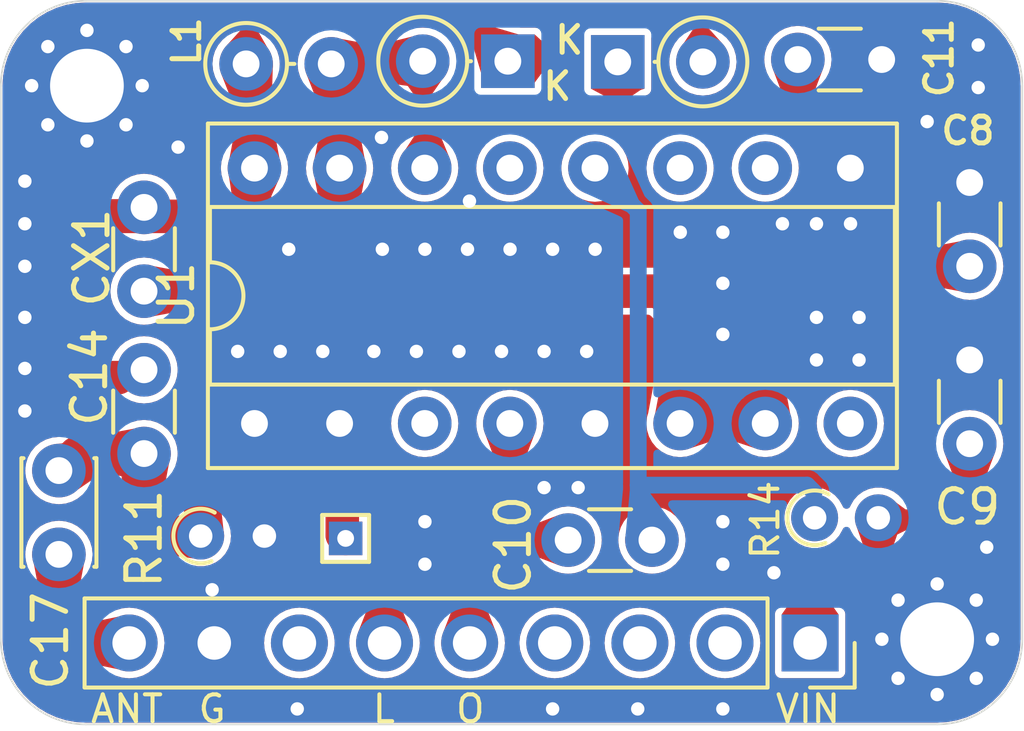
<source format=kicad_pcb>
(kicad_pcb (version 20221018) (generator pcbnew)
  (layers (0 "F.Cu" signal) (31 "B.Cu" signal) (34 "B.Paste" user) (35 "F.Paste" user) (36 "B.SilkS" user "B.Silkscreen") (37 "F.SilkS" user "F.Silkscreen") (38 "B.Mask" user) (39 "F.Mask" user) (44 "Edge.Cuts" user))
  (net 0 "")
  (net 1 "RX_OSC")
  (net 2 "Net-(JP1-Pin_9)")
  (net 3 "LEFT")
  (net 4 "GNDPWR")
  (net 5 "+5V")
  (net 6 "Net-(U1-FM{slash}AM_SW)")
  (net 7 "Net-(D7-K)")
  (net 17 "Net-(U1-AM_OSC)")
  (net 18 "Net-(C14-Pad1)")
  (footprint "Diode_THT:D_DO-35_SOD27_P2.54mm_Vertical_KathodeUp" (layer "F.Cu") (at 75.35 58.67)
    (fp_text reference "D8" hide)
    (fp_text value "1N4148" hide)
    (fp_text user "K" (at -1.45 -0.65) (layer "F.SilkS") (effects (font (size 0.8 0.8))))
    (fp_line (start 1.213629 0) (end 1.1 0) (stroke (width 0.12)) (layer "F.SilkS"))
    (fp_circle (center 2.54 0) (end 3.866371 0) (stroke (width 0.12)) (fill none) (layer "F.SilkS"))
    (pad "1" thru_hole rect (at 0 0) (size 1.6 1.6) (drill 0.8) (layers "*.Cu" "*.Mask") (net 5 "+5V"))
    (pad "2" thru_hole oval (at 2.54 0) (size 1.6 1.6) (drill 0.8) (layers "*.Cu" "*.Mask") (net 7 "Net-(D7-K)"))
  )
  (footprint "Resistor_THT:R_Axial_DIN0204_L3.6mm_D1.6mm_P1.90mm_Vertical" (layer "F.Cu") (at 62.905 72.82)
    (fp_text reference "R11" (at -1.691 0.078 90) (layer "F.SilkS"))
    (fp_text value "1k" hide)
    (fp_arc (start 0.320095 0.749359) (mid -0.813042 -0.054435) (end 0.417133 -0.7) (stroke (width 0.12)) (layer "F.SilkS"))
    (pad "1" thru_hole circle (at 0 0) (size 1.4 1.4) (drill 0.7) (layers "*.Cu" "*.Mask") (net 18 "Net-(C14-Pad1)"))
    (pad "2" thru_hole oval (at 1.9 0) (size 1.4 1.4) (drill 0.7) (layers "*.Cu" "*.Mask") (net 4 "GNDPWR"))
  )
  (footprint "Capacitor_THT:C_Disc_D3.0mm_W1.6mm_P2.50mm" (layer "F.Cu") (at 76.37 72.94 180)
    (fp_text reference "C10" (at 4.14 -0.14 90) (layer "F.SilkS"))
    (fp_text value "100nF" hide)
    (fp_line (start 0.621 -0.92) (end 1.879 -0.92) (stroke (width 0.12)) (layer "F.SilkS"))
    (fp_line (start 0.621 0.92) (end 1.879 0.92) (stroke (width 0.12)) (layer "F.SilkS"))
    (pad "1" thru_hole circle (at 0 0 180) (size 1.6 1.6) (drill 0.8) (layers "*.Cu" "*.Mask") (net 17 "Net-(U1-AM_OSC)"))
    (pad "2" thru_hole circle (at 2.5 0 180) (size 1.6 1.6) (drill 0.8) (layers "*.Cu" "*.Mask") (net 1 "RX_OSC"))
  )
  (footprint "Inductor_THT:L_Axial_L5.3mm_D2.2mm_P2.54mm_Vertical_Vishay_IM-1" (layer "F.Cu") (at 64.26 58.73)
    (fp_text reference "L1" (at -1.776 -0.67 90) (layer "F.SilkS") (effects (font (size 0.8 0.8))))
    (fp_text value "1uH" hide)
    (fp_line (start 1.22 0) (end 1.44 0) (stroke (width 0.12)) (layer "F.SilkS"))
    (fp_circle (center 0 0) (end 1.22 0) (stroke (width 0.12)) (fill none) (layer "F.SilkS"))
    (pad "1" thru_hole circle (at 0 0) (size 1.6 1.6) (drill 0.8) (layers "*.Cu" "*.Mask") (net 7 "Net-(D7-K)"))
    (pad "2" thru_hole oval (at 2.54 0) (size 1.6 1.6) (drill 0.8) (layers "*.Cu" "*.Mask") (net 5 "+5V"))
  )
  (footprint "Capacitor_THT:C_Disc_D3.0mm_W1.6mm_P2.50mm" (layer "F.Cu") (at 83.225 58.6 180)
    (fp_text reference "C11" (at -1.715 0.05 90) (layer "F.SilkS") (effects (font (size 0.8 0.8))))
    (fp_text value "100nF" hide)
    (fp_line (start 0.621 -0.92) (end 1.879 -0.92) (stroke (width 0.12)) (layer "F.SilkS"))
    (fp_line (start 0.621 0.92) (end 1.879 0.92) (stroke (width 0.12)) (layer "F.SilkS"))
    (pad "1" thru_hole circle (at 0 0 180) (size 1.6 1.6) (drill 0.8) (layers "*.Cu" "*.Mask") (net 4 "GNDPWR"))
    (pad "2" thru_hole circle (at 2.5 0 180) (size 1.6 1.6) (drill 0.8) (layers "*.Cu" "*.Mask") (net 6 "Net-(U1-FM{slash}AM_SW)"))
  )
  (footprint "Resistor_THT:R_Axial_DIN0204_L3.6mm_D1.6mm_P1.90mm_Vertical" (layer "F.Cu") (at 81.225 72.275)
    (fp_text reference "R14" (at -1.475 0.065 90) (layer "F.SilkS") (effects (font (size 0.8 0.8) (thickness 0.12) bold)))
    (fp_text value "100" hide)
    (fp_arc (start 0.320095 0.749359) (mid -0.813042 -0.054435) (end 0.417133 -0.7) (stroke (width 0.12)) (layer "F.SilkS"))
    (pad "1" thru_hole circle (at 0 0) (size 1.4 1.4) (drill 0.7) (layers "*.Cu" "*.Mask") (net 17 "Net-(U1-AM_OSC)"))
    (pad "2" thru_hole oval (at 1.9 0) (size 1.4 1.4) (drill 0.7) (layers "*.Cu" "*.Mask") (net 5 "+5V"))
  )
  (footprint "Capacitor_THT:C_Disc_D3.0mm_W1.6mm_P2.50mm" (layer "F.Cu") (at 85.852 64.77 90)
    (fp_text reference "C8" (at 4.045 -0.052 180) (layer "F.SilkS") (effects (font (size 0.8 0.8))))
    (fp_text value "100nF" hide)
    (fp_line (start 0.621 -0.92) (end 1.879 -0.92) (stroke (width 0.12)) (layer "F.SilkS"))
    (fp_line (start 0.621 0.92) (end 1.879 0.92) (stroke (width 0.12)) (layer "F.SilkS"))
    (pad "1" thru_hole circle (at 0 0 90) (size 1.6 1.6) (drill 0.8) (layers "*.Cu" "*.Mask") (net 5 "+5V"))
    (pad "2" thru_hole circle (at 2.5 0 90) (size 1.6 1.6) (drill 0.8) (layers "*.Cu" "*.Mask") (net 4 "GNDPWR"))
  )
  (footprint "Capacitor_THT:C_Disc_D3.0mm_W1.6mm_P2.50mm" (layer "F.Cu") (at 61.214 70.358 90)
    (fp_text reference "C14" (at 2.286 -1.63 90) (layer "F.SilkS"))
    (fp_text value "680pF / 620pF" hide)
    (fp_line (start 0.621 -0.92) (end 1.879 -0.92) (stroke (width 0.12)) (layer "F.SilkS"))
    (fp_line (start 0.621 0.92) (end 1.879 0.92) (stroke (width 0.12)) (layer "F.SilkS"))
    (pad "1" thru_hole circle (at 0 0 90) (size 1.6 1.6) (drill 0.8) (layers "*.Cu" "*.Mask") (net 18 "Net-(C14-Pad1)"))
    (pad "2" thru_hole circle (at 2.5 0 90) (size 1.6 1.6) (drill 0.8) (layers "*.Cu" "*.Mask") (net 7 "Net-(D7-K)"))
  )
  (footprint "MountingHole:MountingHole_2.2mm_M2_Pad_Via" (layer "F.Cu") (at 84.8811 75.8986 180)
    (fp_text reference "H2" hide)
    (fp_text value "MountingHole_Pad" hide)
    (pad "1" thru_hole circle (at -1.65 0 180) (size 0.7 0.7) (drill 0.4) (layers "*.Cu" "*.Mask") (net 4 "GNDPWR"))
    (pad "1" thru_hole circle (at -1.166726 -1.166726 180) (size 0.7 0.7) (drill 0.4) (layers "*.Cu" "*.Mask") (net 4 "GNDPWR"))
    (pad "1" thru_hole circle (at -1.166726 1.166726 180) (size 0.7 0.7) (drill 0.4) (layers "*.Cu" "*.Mask") (net 4 "GNDPWR"))
    (pad "1" thru_hole circle (at 0 -1.65 180) (size 0.7 0.7) (drill 0.4) (layers "*.Cu" "*.Mask") (net 4 "GNDPWR"))
    (pad "1" thru_hole circle (at 0 0 180) (size 4.4 4.4) (drill 2.2) (layers "*.Cu" "*.Mask") (net 4 "GNDPWR"))
    (pad "1" thru_hole circle (at 0 1.65 180) (size 0.7 0.7) (drill 0.4) (layers "*.Cu" "*.Mask") (net 4 "GNDPWR"))
    (pad "1" thru_hole circle (at 1.166726 -1.166726 180) (size 0.7 0.7) (drill 0.4) (layers "*.Cu" "*.Mask") (net 4 "GNDPWR"))
    (pad "1" thru_hole circle (at 1.166726 1.166726 180) (size 0.7 0.7) (drill 0.4) (layers "*.Cu" "*.Mask") (net 4 "GNDPWR"))
    (pad "1" thru_hole circle (at 1.65 0 180) (size 0.7 0.7) (drill 0.4) (layers "*.Cu" "*.Mask") (net 4 "GNDPWR"))
  )
  (footprint "MountingHole:MountingHole_2.2mm_M2_Pad_Via" (layer "F.Cu") (at 59.51 59.38 180)
    (fp_text reference "H1" hide)
    (fp_text value "MountingHole_Pad" hide)
    (pad "1" thru_hole circle (at -1.65 0 180) (size 0.7 0.7) (drill 0.4) (layers "*.Cu" "*.Mask") (net 4 "GNDPWR"))
    (pad "1" thru_hole circle (at -1.166726 -1.166726 180) (size 0.7 0.7) (drill 0.4) (layers "*.Cu" "*.Mask") (net 4 "GNDPWR"))
    (pad "1" thru_hole circle (at -1.166726 1.166726 180) (size 0.7 0.7) (drill 0.4) (layers "*.Cu" "*.Mask") (net 4 "GNDPWR"))
    (pad "1" thru_hole circle (at 0 -1.65 180) (size 0.7 0.7) (drill 0.4) (layers "*.Cu" "*.Mask") (net 4 "GNDPWR"))
    (pad "1" thru_hole circle (at 0 0 180) (size 4.4 4.4) (drill 2.2) (layers "*.Cu" "*.Mask") (net 4 "GNDPWR"))
    (pad "1" thru_hole circle (at 0 1.65 180) (size 0.7 0.7) (drill 0.4) (layers "*.Cu" "*.Mask") (net 4 "GNDPWR"))
    (pad "1" thru_hole circle (at 1.166726 -1.166726 180) (size 0.7 0.7) (drill 0.4) (layers "*.Cu" "*.Mask") (net 4 "GNDPWR"))
    (pad "1" thru_hole circle (at 1.166726 1.166726 180) (size 0.7 0.7) (drill 0.4) (layers "*.Cu" "*.Mask") (net 4 "GNDPWR"))
    (pad "1" thru_hole circle (at 1.65 0 180) (size 0.7 0.7) (drill 0.4) (layers "*.Cu" "*.Mask") (net 4 "GNDPWR"))
  )
  (footprint "footprints:PinSocket_1x09_P2.54mm_Vertical_Custom" (layer "F.Cu") (at 81.09 76.01 -90)
    (fp_text reference "JP1" hide)
    (fp_text value "Pin Header" hide)
    (fp_line (start -1.33 1.27) (end -1.33 21.65) (stroke (width 0.12)) (layer "F.SilkS"))
    (fp_line (start -1.33 1.27) (end 1.33 1.27) (stroke (width 0.12)) (layer "F.SilkS"))
    (fp_line (start -1.33 21.65) (end 1.33 21.65) (stroke (width 0.12)) (layer "F.SilkS"))
    (fp_line (start 0 -1.33) (end 1.33 -1.33) (stroke (width 0.12)) (layer "F.SilkS"))
    (fp_line (start 1.33 -1.33) (end 1.33 0) (stroke (width 0.12)) (layer "F.SilkS"))
    (fp_line (start 1.33 1.27) (end 1.33 21.65) (stroke (width 0.12)) (layer "F.SilkS"))
    (pad "1" thru_hole rect (at 0 0 270) (size 1.7 1.7) (drill 1) (layers "*.Cu" "*.Mask") (net 5 "+5V"))
    (pad "2" thru_hole oval (at 0 2.54 270) (size 1.7 1.7) (drill 1) (layers "*.Cu" "*.Mask"))
    (pad "3" thru_hole oval (at 0 5.08 270) (size 1.7 1.7) (drill 1) (layers "*.Cu" "*.Mask"))
    (pad "4" thru_hole oval (at 0 7.62 270) (size 1.7 1.7) (drill 1) (layers "*.Cu" "*.Mask"))
    (pad "5" thru_hole oval (at 0 10.16 270) (size 1.7 1.7) (drill 1) (layers "*.Cu" "*.Mask") (net 1 "RX_OSC"))
    (pad "6" thru_hole oval (at 0 12.7 270) (size 1.7 1.7) (drill 1) (layers "*.Cu" "*.Mask") (net 3 "LEFT"))
    (pad "7" thru_hole oval (at 0 15.24 270) (size 1.7 1.7) (drill 1) (layers "*.Cu" "*.Mask"))
    (pad "8" thru_hole oval (at 0 17.78 270) (size 1.7 1.7) (drill 1) (layers "*.Cu" "*.Mask") (net 4 "GNDPWR"))
    (pad "9" thru_hole oval (at 0 20.32 270) (size 1.7 1.7) (drill 1) (layers "*.Cu" "*.Mask") (net 2 "Net-(JP1-Pin_9)"))
  )
  (footprint "Capacitor_THT:C_Disc_D3.0mm_W2.0mm_P2.50mm" (layer "F.Cu") (at 58.674 70.866 -90)
    (fp_text reference "C17" (at 5.08 0.254 90) (layer "F.SilkS"))
    (fp_text value "10nF" hide)
    (fp_line (start -0.37 -1.12) (end -0.37 -1.055) (stroke (width 0.12)) (layer "F.SilkS"))
    (fp_line (start -0.37 -1.12) (end 2.87 -1.12) (stroke (width 0.12)) (layer "F.SilkS"))
    (fp_line (start -0.37 1.055) (end -0.37 1.12) (stroke (width 0.12)) (layer "F.SilkS"))
    (fp_line (start -0.37 1.12) (end 2.87 1.12) (stroke (width 0.12)) (layer "F.SilkS"))
    (fp_line (start 2.87 -1.12) (end 2.87 -1.055) (stroke (width 0.12)) (layer "F.SilkS"))
    (fp_line (start 2.87 1.055) (end 2.87 1.12) (stroke (width 0.12)) (layer "F.SilkS"))
    (pad "1" thru_hole circle (at 0 0 270) (size 1.6 1.6) (drill 0.8) (layers "*.Cu" "*.Mask") (net 18 "Net-(C14-Pad1)"))
    (pad "2" thru_hole circle (at 2.5 0 270) (size 1.6 1.6) (drill 0.8) (layers "*.Cu" "*.Mask") (net 2 "Net-(JP1-Pin_9)"))
  )
  (footprint "Capacitor_THT:C_Disc_D3.0mm_W1.6mm_P2.50mm" (layer "F.Cu") (at 61.214 63.012 -90)
    (fp_text reference "CX1" (at 1.5 1.56 90) (layer "F.SilkS"))
    (fp_text value "  " hide)
    (fp_line (start 0.621 -0.92) (end 1.879 -0.92) (stroke (width 0.12)) (layer "F.SilkS"))
    (fp_line (start 0.621 0.92) (end 1.879 0.92) (stroke (width 0.12)) (layer "F.SilkS"))
    (pad "1" thru_hole circle (at 0 0 270) (size 1.6 1.6) (drill 0.8) (layers "*.Cu" "*.Mask") (net 7 "Net-(D7-K)"))
    (pad "2" thru_hole circle (at 2.5 0 270) (size 1.6 1.6) (drill 0.8) (layers "*.Cu" "*.Mask") (net 5 "+5V"))
  )
  (footprint "Capacitor_THT:C_Disc_D3.0mm_W1.6mm_P2.50mm" (layer "F.Cu") (at 85.852 67.564 -90)
    (fp_text reference "C9" (at 4.386 0.072 -180) (layer "F.SilkS"))
    (fp_text value "100nF" hide)
    (fp_line (start 0.621 -0.92) (end 1.879 -0.92) (stroke (width 0.12)) (layer "F.SilkS"))
    (fp_line (start 0.621 0.92) (end 1.879 0.92) (stroke (width 0.12)) (layer "F.SilkS"))
    (pad "1" thru_hole circle (at 0 0 270) (size 1.6 1.6) (drill 0.8) (layers "*.Cu" "*.Mask") (net 4 "GNDPWR"))
    (pad "2" thru_hole circle (at 2.5 0 270) (size 1.6 1.6) (drill 0.8) (layers "*.Cu" "*.Mask") (net 5 "+5V"))
  )
  (footprint "Diode_THT:D_DO-35_SOD27_P2.54mm_Vertical_KathodeUp" (layer "F.Cu") (at 72.07 58.65 180)
    (fp_text reference "D7" hide)
    (fp_text value "1N4148" hide)
    (fp_text user "K" (at -1.475 -0.75) (layer "F.SilkS") (effects (font (size 0.8 0.8))))
    (fp_line (start 1.213629 0) (end 1.1 0) (stroke (width 0.12)) (layer "F.SilkS"))
    (fp_circle (center 2.54 0) (end 3.866371 0) (stroke (width 0.12)) (fill none) (layer "F.SilkS"))
    (pad "1" thru_hole rect (at 0 0 180) (size 1.6 1.6) (drill 0.8) (layers "*.Cu" "*.Mask") (net 7 "Net-(D7-K)"))
    (pad "2" thru_hole oval (at 2.54 0 180) (size 1.6 1.6) (drill 0.8) (layers "*.Cu" "*.Mask") (net 5 "+5V"))
  )
  (footprint "TestPoint:TestPoint_THTPad_1.0x1.0mm_Drill0.5mm" (layer "F.Cu") (at 67.23 72.89)
    (fp_text reference "TP_S1" hide)
    (fp_text value " " hide)
    (fp_line (start -0.7 -0.7) (end 0.7 -0.7) (stroke (width 0.12)) (layer "F.SilkS"))
    (fp_line (start -0.7 0.7) (end -0.7 -0.7) (stroke (width 0.12)) (layer "F.SilkS"))
    (fp_line (start 0.7 -0.7) (end 0.7 0.7) (stroke (width 0.12)) (layer "F.SilkS"))
    (fp_line (start 0.7 0.7) (end -0.7 0.7) (stroke (width 0.12)) (layer "F.SilkS"))
    (pad "1" thru_hole rect (at 0 0) (size 1 1) (drill 0.5) (layers "*.Cu" "*.Mask") (net 18 "Net-(C14-Pad1)"))
  )
  (footprint "Package_DIP:DIP-16_W7.62mm_Socket" (layer "F.Cu") (at 64.51 69.46 90)
    (fp_text reference "U1" (at 3.81 -2.33 90) (layer "F.SilkS"))
    (fp_text value "CD2003GB_GP" hide)
    (fp_line (start -1.33 -1.39) (end -1.33 19.17) (stroke (width 0.12)) (layer "F.SilkS"))
    (fp_line (start -1.33 19.17) (end 8.95 19.17) (stroke (width 0.12)) (layer "F.SilkS"))
    (fp_line (start 1.16 -1.33) (end 1.16 19.11) (stroke (width 0.12)) (layer "F.SilkS"))
    (fp_line (start 1.16 19.11) (end 6.46 19.11) (stroke (width 0.12)) (layer "F.SilkS"))
    (fp_line (start 2.81 -1.33) (end 1.16 -1.33) (stroke (width 0.12)) (layer "F.SilkS"))
    (fp_line (start 6.46 -1.33) (end 4.81 -1.33) (stroke (width 0.12)) (layer "F.SilkS"))
    (fp_line (start 6.46 19.11) (end 6.46 -1.33) (stroke (width 0.12)) (layer "F.SilkS"))
    (fp_line (start 8.95 -1.39) (end -1.33 -1.39) (stroke (width 0.12)) (layer "F.SilkS"))
    (fp_line (start 8.95 19.17) (end 8.95 -1.39) (stroke (width 0.12)) (layer "F.SilkS"))
    (fp_arc (start 4.81 -1.33) (mid 3.81 -0.33) (end 2.81 -1.33) (stroke (width 0.12)) (layer "F.SilkS"))
    (pad "1" thru_hole rect (at 0 0 90) (size 1.6 1.6) (drill 0.8) (layers "*.Cu" "*.Mask") (net 4 "GNDPWR"))
    (pad "2" thru_hole oval (at 0 2.54 90) (size 1.6 1.6) (drill 0.8) (layers "*.Cu" "*.Mask") (net 4 "GNDPWR"))
    (pad "3" thru_hole oval (at 0 5.08 90) (size 1.6 1.6) (drill 0.8) (layers "*.Cu" "*.Mask"))
    (pad "4" thru_hole oval (at 0 7.62 90) (size 1.6 1.6) (drill 0.8) (layers "*.Cu" "*.Mask") (net 3 "LEFT"))
    (pad "5" thru_hole oval (at 0 10.16 90) (size 1.6 1.6) (drill 0.8) (layers "*.Cu" "*.Mask") (net 4 "GNDPWR"))
    (pad "6" thru_hole oval (at 0 12.7 90) (size 1.6 1.6) (drill 0.8) (layers "*.Cu" "*.Mask") (net 5 "+5V"))
    (pad "7" thru_hole oval (at 0 15.24 90) (size 1.6 1.6) (drill 0.8) (layers "*.Cu" "*.Mask") (net 5 "+5V"))
    (pad "8" thru_hole oval (at 0 17.78 90) (size 1.6 1.6) (drill 0.8) (layers "*.Cu" "*.Mask"))
    (pad "9" thru_hole oval (at 7.62 17.78 90) (size 1.6 1.6) (drill 0.8) (layers "*.Cu" "*.Mask") (net 4 "GNDPWR"))
    (pad "10" thru_hole oval (at 7.62 15.24 90) (size 1.6 1.6) (drill 0.8) (layers "*.Cu" "*.Mask"))
    (pad "11" thru_hole oval (at 7.62 12.7 90) (size 1.6 1.6) (drill 0.8) (layers "*.Cu" "*.Mask"))
    (pad "12" thru_hole oval (at 7.62 10.16 90) (size 1.6 1.6) (drill 0.8) (layers "*.Cu" "*.Mask") (net 17 "Net-(U1-AM_OSC)"))
    (pad "13" thru_hole oval (at 7.62 7.62 90) (size 1.6 1.6) (drill 0.8) (layers "*.Cu" "*.Mask"))
    (pad "14" thru_hole oval (at 7.62 5.08 90) (size 1.6 1.6) (drill 0.8) (layers "*.Cu" "*.Mask") (net 6 "Net-(U1-FM{slash}AM_SW)"))
    (pad "15" thru_hole oval (at 7.62 2.54 90) (size 1.6 1.6) (drill 0.8) (layers "*.Cu" "*.Mask") (net 5 "+5V"))
    (pad "16" thru_hole oval (at 7.62 0 90) (size 1.6 1.6) (drill 0.8) (layers "*.Cu" "*.Mask") (net 7 "Net-(D7-K)"))
  )
  (gr_arc (start 84.8811 56.8486) (mid 86.677151 57.592549) (end 87.4211 59.3886) (stroke (width 0.05)) (layer "Edge.Cuts"))
  (gr_line (start 56.9411 75.8986) (end 56.9411 59.3886) (stroke (width 0.05)) (layer "Edge.Cuts"))
  (gr_line (start 84.8811 78.4386) (end 59.4811 78.4386) (stroke (width 0.05)) (layer "Edge.Cuts"))
  (gr_arc (start 59.4811 78.4386) (mid 57.685049 77.694651) (end 56.9411 75.8986) (stroke (width 0.05)) (layer "Edge.Cuts"))
  (gr_line (start 87.4211 59.3886) (end 87.4211 75.8986) (stroke (width 0.05)) (layer "Edge.Cuts"))
  (gr_arc (start 56.9411 59.3886) (mid 57.685049 57.592549) (end 59.4811 56.8486) (stroke (width 0.05)) (layer "Edge.Cuts"))
  (gr_line (start 59.4811 56.8486) (end 84.8811 56.8486) (stroke (width 0.05)) (layer "Edge.Cuts"))
  (gr_arc (start 87.4211 75.8986) (mid 86.677151 77.694651) (end 84.8811 78.4386) (stroke (width 0.05)) (layer "Edge.Cuts"))
  (gr_text "L" (at 68.37 77.978) (layer "F.SilkS") (effects (font (size 0.8 0.8) (thickness 0.12))))
  (gr_text "G" (at 63.246 77.978) (layer "F.SilkS") (effects (font (size 0.8 0.8) (thickness 0.12))))
  (gr_text "ANT" (at 60.706 77.978) (layer "F.SilkS") (effects (font (size 0.8 0.8) (thickness 0.12))))
  (gr_text "O" (at 70.95 77.978) (layer "F.SilkS") (effects (font (size 0.8 0.8) (thickness 0.12))))
  (gr_text "VIN" (at 81.026 77.978) (layer "F.SilkS") (effects (font (size 0.8 0.8) (thickness 0.12))))
  (segment (start 71.23 72.94) (end 73.87 72.94) (width 0.25) (layer "F.Cu") (net 1))
  (segment (start 70.93 73.24) (end 71.23 72.94) (width 0.25) (layer "F.Cu") (net 1))
  (segment (start 70.93 73.04) (end 71.03 72.94) (width 0.5) (layer "F.Cu") (net 1))
  (segment (start 70.93 76.01) (end 70.93 73.04) (width 0.5) (layer "F.Cu") (net 1))
  (segment (start 71.03 72.94) (end 73.87 72.94) (width 0.5) (layer "F.Cu") (net 1))
  (segment (start 58.674 73.366) (end 58.674 75.692) (width 1) (layer "F.Cu") (net 2))
  (segment (start 58.674 75.692) (end 58.992 76.01) (width 1) (layer "F.Cu") (net 2))
  (segment (start 58.992 76.01) (end 60.77 76.01) (width 1) (layer "F.Cu") (net 2))
  (segment (start 68.61 71.31) (end 72.06 71.31) (width 0.5) (layer "F.Cu") (net 3))
  (segment (start 72.13 71.24) (end 72.13 69.46) (width 0.5) (layer "F.Cu") (net 3))
  (segment (start 72.06 71.31) (end 72.13 71.24) (width 0.5) (layer "F.Cu") (net 3))
  (segment (start 68.39 76.01) (end 68.39 71.53) (width 0.5) (layer "F.Cu") (net 3))
  (segment (start 68.39 71.53) (end 68.61 71.31) (width 0.5) (layer "F.Cu") (net 3))
  (via (at 65.278 67.31) (size 0.8) (drill 0.4) (layers "F.Cu" "B.Cu") (net 4))
  (via (at 78.486 77.978) (size 0.8) (drill 0.4) (layers "F.Cu" "B.Cu") (net 4))
  (via (at 57.658 67.818) (size 0.8) (drill 0.4) (layers "F.Cu" "B.Cu") (net 4))
  (via (at 74.168 71.374) (size 0.8) (drill 0.4) (layers "F.Cu" "B.Cu") (net 4))
  (via (at 70.612 67.31) (size 0.8) (drill 0.4) (layers "F.Cu" "B.Cu") (net 4))
  (via (at 73.406 77.978) (size 0.8) (drill 0.4) (layers "F.Cu" "B.Cu") (net 4))
  (via (at 81.28 66.294) (size 0.8) (drill 0.4) (layers "F.Cu" "B.Cu") (net 4))
  (via (at 68.3 60.925) (size 0.8) (drill 0.4) (layers "F.Cu" "B.Cu") (net 4))
  (via (at 63.246 74.422) (size 0.8) (drill 0.4) (layers "F.Cu" "B.Cu") (net 4))
  (via (at 57.658 69.088) (size 0.8) (drill 0.4) (layers "F.Cu" "B.Cu") (net 4))
  (via (at 86.106 58.166) (size 0.8) (drill 0.4) (layers "F.Cu" "B.Cu") (net 4))
  (via (at 78.486 63.754) (size 0.8) (drill 0.4) (layers "F.Cu" "B.Cu") (net 4))
  (via (at 74.422 67.31) (size 0.8) (drill 0.4) (layers "F.Cu" "B.Cu") (net 4))
  (via (at 68.326 64.262) (size 0.8) (drill 0.4) (layers "F.Cu" "B.Cu") (net 4))
  (via (at 82.55 66.294) (size 0.8) (drill 0.4) (layers "F.Cu" "B.Cu") (net 4))
  (via (at 81.28 63.5) (size 0.8) (drill 0.4) (layers "F.Cu" "B.Cu") (net 4))
  (via (at 70.925 62.825) (size 0.8) (drill 0.4) (layers "F.Cu" "B.Cu") (net 4))
  (via (at 69.596 73.66) (size 0.8) (drill 0.4) (layers "F.Cu" "B.Cu") (net 4))
  (via (at 73.152 67.31) (size 0.8) (drill 0.4) (layers "F.Cu" "B.Cu") (net 4))
  (via (at 81.28 67.564) (size 0.8) (drill 0.4) (layers "F.Cu" "B.Cu") (net 4))
  (via (at 69.596 64.262) (size 0.8) (drill 0.4) (layers "F.Cu" "B.Cu") (net 4))
  (via (at 65.532 64.262) (size 0.8) (drill 0.4) (layers "F.Cu" "B.Cu") (net 4))
  (via (at 57.658 63.5) (size 0.8) (drill 0.4) (layers "F.Cu" "B.Cu") (net 4))
  (via (at 70.866 64.262) (size 0.8) (drill 0.4) (layers "F.Cu" "B.Cu") (net 4))
  (via (at 78.486 66.802) (size 0.8) (drill 0.4) (layers "F.Cu" "B.Cu") (net 4))
  (via (at 75.946 77.978) (size 0.8) (drill 0.4) (layers "F.Cu" "B.Cu") (net 4))
  (via (at 57.658 66.294) (size 0.8) (drill 0.4) (layers "F.Cu" "B.Cu") (net 4))
  (via (at 72.136 64.262) (size 0.8) (drill 0.4) (layers "F.Cu" "B.Cu") (net 4))
  (via (at 68.072 67.31) (size 0.8) (drill 0.4) (layers "F.Cu" "B.Cu") (net 4))
  (via (at 73.152 71.374) (size 0.8) (drill 0.4) (layers "F.Cu" "B.Cu") (net 4))
  (via (at 69.596 72.39) (size 0.8) (drill 0.4) (layers "F.Cu" "B.Cu") (net 4))
  (via (at 84.582 60.452) (size 0.8) (drill 0.4) (layers "F.Cu" "B.Cu") (net 4))
  (via (at 80.01 73.914) (size 0.8) (drill 0.4) (layers "F.Cu" "B.Cu") (net 4))
  (via (at 86.106 59.436) (size 0.8) (drill 0.4) (layers "F.Cu" "B.Cu") (net 4))
  (via (at 74.676 64.262) (size 0.8) (drill 0.4) (layers "F.Cu" "B.Cu") (net 4))
  (via (at 78.486 65.278) (size 0.8) (drill 0.4) (layers "F.Cu" "B.Cu") (net 4))
  (via (at 80.264 63.5) (size 0.8) (drill 0.4) (layers "F.Cu" "B.Cu") (net 4))
  (via (at 71.882 67.31) (size 0.8) (drill 0.4) (layers "F.Cu" "B.Cu") (net 4))
  (via (at 78.486 72.39) (size 0.8) (drill 0.4) (layers "F.Cu" "B.Cu") (net 4))
  (via (at 82.296 63.5) (size 0.8) (drill 0.4) (layers "F.Cu" "B.Cu") (net 4))
  (via (at 66.548 67.31) (size 0.8) (drill 0.4) (layers "F.Cu" "B.Cu") (net 4))
  (via (at 57.658 64.77) (size 0.8) (drill 0.4) (layers "F.Cu" "B.Cu") (net 4))
  (via (at 77.216 63.754) (size 0.8) (drill 0.4) (layers "F.Cu" "B.Cu") (net 4))
  (via (at 57.658 62.23) (size 0.8) (drill 0.4) (layers "F.Cu" "B.Cu") (net 4))
  (via (at 82.55 67.564) (size 0.8) (drill 0.4) (layers "F.Cu" "B.Cu") (net 4))
  (via (at 64.008 67.31) (size 0.8) (drill 0.4) (layers "F.Cu" "B.Cu") (net 4))
  (via (at 86.36 73.152) (size 0.8) (drill 0.4) (layers "F.Cu" "B.Cu") (net 4))
  (via (at 69.342 67.31) (size 0.8) (drill 0.4) (layers "F.Cu" "B.Cu") (net 4))
  (via (at 73.406 64.262) (size 0.8) (drill 0.4) (layers "F.Cu" "B.Cu") (net 4))
  (via (at 78.486 73.66) (size 0.8) (drill 0.4) (layers "F.Cu" "B.Cu") (net 4))
  (via (at 62.23 61.214) (size 0.8) (drill 0.4) (layers "F.Cu" "B.Cu") (net 4))
  (via (at 65.786 77.978) (size 0.8) (drill 0.4) (layers "F.Cu" "B.Cu") (net 4))
  (segment (start 84.5 72.275) (end 84.5 64.97) (width 0.5) (layer "F.Cu") (net 5))
  (segment (start 81.09 73.95) (end 83.06 73.95) (width 0.5) (layer "F.Cu") (net 5))
  (segment (start 84.5 72.275) (end 85.675 72.275) (width 0.5) (layer "F.Cu") (net 5))
  (segment (start 75.25 59.89) (end 75.35 59.79) (width 0.25) (layer "F.Cu") (net 5))
  (segment (start 79.75 69.28) (end 79.75 65.03) (width 1) (layer "F.Cu") (net 5))
  (segment (start 69.57 59.89) (end 75.25 59.89) (width 0.25) (layer "F.Cu") (net 5))
  (segment (start 84.5 64.97) (end 84.3 64.77) (width 0.5) (layer "F.Cu") (net 5))
  (segment (start 77.21 69.28) (end 79.75 69.28) (width 1) (layer "F.Cu") (net 5))
  (segment (start 69.53 59.85) (end 69.57 59.89) (width 0.25) (layer "F.Cu") (net 5))
  (segment (start 66.8 58.73) (end 69.45 58.73) (width 1) (layer "F.Cu") (net 5))
  (segment (start 77.21 66.13) (end 77.21 69.28) (width 1) (layer "F.Cu") (net 5))
  (segment (start 75.35 59.79) (end 75.35 58.67) (width 0.25) (layer "F.Cu") (net 5))
  (segment (start 79.75 65.03) (end 80.01 64.77) (width 1) (layer "F.Cu") (net 5))
  (segment (start 85.852 72.098) (end 85.852 70.064) (width 0.5) (layer "F.Cu") (net 5))
  (segment (start 81.09 73.95) (end 81.09 76.01) (width 0.5) (layer "F.Cu") (net 5))
  (segment (start 75.35 59.68) (end 75.35 58.575) (width 0.25) (layer "F.Cu") (net 5))
  (segment (start 67.05 61.84) (end 67.05 65.506) (width 1) (layer "F.Cu") (net 5))
  (segment (start 84.32 64.79) (end 84.3 64.77) (width 0.25) (layer "F.Cu") (net 5))
  (segment (start 67.05 65.506) (end 67.056 65.512) (width 1) (layer "F.Cu") (net 5))
  (segment (start 61.214 65.512) (end 67.056 65.512) (width 1) (layer "F.Cu") (net 5))
  (segment (start 80.01 64.77) (end 84.3 64.77) (width 1) (layer "F.Cu") (net 5))
  (segment (start 67.05 61.66) (end 67.05 58.668) (width 1) (layer "F.Cu") (net 5))
  (segment (start 69.53 59.52) (end 69.53 58.65) (width 0.25) (layer "F.Cu") (net 5))
  (segment (start 83.06 73.95) (end 83.125 73.885) (width 0.5) (layer "F.Cu") (net 5))
  (segment (start 76.592 65.512) (end 77.21 66.13) (width 1) (layer "F.Cu") (net 5))
  (segment (start 85.675 72.275) (end 85.852 72.098) (width 0.5) (layer "F.Cu") (net 5))
  (segment (start 69.53 59.52) (end 69.53 59.85) (width 0.25) (layer "F.Cu") (net 5))
  (segment (start 83.125 73.885) (end 83.125 72.275) (width 0.5) (layer "F.Cu") (net 5))
  (segment (start 83.125 72.275) (end 84.5 72.275) (width 0.5) (layer "F.Cu") (net 5))
  (segment (start 84.3 64.77) (end 85.852 64.77) (width 1) (layer "F.Cu") (net 5))
  (segment (start 67.056 65.512) (end 76.592 65.512) (width 1) (layer "F.Cu") (net 5))
  (segment (start 69.81 60.52) (end 69.59 60.74) (width 0.5) (layer "F.Cu") (net 6))
  (segment (start 80.725 60.315) (end 80.725 58.6) (width 0.5) (layer "F.Cu") (net 6))
  (segment (start 69.59 60.74) (end 69.59 61.84) (width 0.5) (layer "F.Cu") (net 6))
  (segment (start 69.81 60.52) (end 80.52 60.52) (width 0.5) (layer "F.Cu") (net 6))
  (segment (start 80.52 60.52) (end 80.725 60.315) (width 0.5) (layer "F.Cu") (net 6))
  (segment (start 73.41 57.51) (end 73.41 58.35) (width 0.25) (layer "F.Cu") (net 7))
  (segment (start 64.23 63.28) (end 60.08 63.28) (width 1) (layer "F.Cu") (net 7))
  (segment (start 58.934 63.266) (end 58.928 63.26) (width 1) (layer "F.Cu") (net 7))
  (segment (start 64.51 58.98) (end 64.26 58.73) (width 1) (layer "F.Cu") (net 7))
  (segment (start 64.51 61.66) (end 64.51 63) (width 1) (layer "F.Cu") (net 7))
  (segment (start 77.75 57.51) (end 73.41 57.51) (width 0.25) (layer "F.Cu") (net 7))
  (segment (start 60.452 63.266) (end 58.934 63.266) (width 1) (layer "F.Cu") (net 7))
  (segment (start 58.928 67.818) (end 59.202 68.092) (width 1) (layer "F.Cu") (net 7))
  (segment (start 70.87 57.525) (end 70.945 57.525) (width 0.25) (layer "F.Cu") (net 7))
  (segment (start 73.41 58.35) (end 73.385 58.375) (width 0.25) (layer "F.Cu") (net 7))
  (segment (start 64.51 61.84) (end 64.51 58.98) (width 1) (layer "F.Cu") (net 7))
  (segment (start 77.89 57.65) (end 77.89 58.67) (width 0.25) (layer "F.Cu") (net 7))
  (segment (start 64.26 58.73) (end 64.26 57.71) (width 0.25) (layer "F.Cu") (net 7))
  (segment (start 64.445 57.525) (end 70.87 57.525) (width 0.25) (layer "F.Cu") (net 7))
  (segment (start 64.51 63) (end 64.23 63.28) (width 1) (layer "F.Cu") (net 7))
  (segment (start 58.928 63.26) (end 58.928 67.818) (width 1) (layer "F.Cu") (net 7))
  (segment (start 73.385 58.375) (end 72.345 58.375) (width 0.25) (layer "F.Cu") (net 7))
  (segment (start 70.945 57.525) (end 72.07 58.65) (width 0.25) (layer "F.Cu") (net 7))
  (segment (start 59.202 68.092) (end 60.452 68.092) (width 1) (layer "F.Cu") (net 7))
  (segment (start 59.36 63.26) (end 58.928 63.26) (width 1) (layer "F.Cu") (net 7))
  (segment (start 77.89 57.65) (end 77.75 57.51) (width 0.25) (layer "F.Cu") (net 7))
  (segment (start 64.26 57.71) (end 64.445 57.525) (width 0.25) (layer "F.Cu") (net 7))
  (segment (start 74.67 61.84) (end 75.96 63.13) (width 0.5) (layer "B.Cu") (net 17))
  (segment (start 74.67 61.66) (end 76.085 63.075) (width 0.25) (layer "B.Cu") (net 17))
  (segment (start 75.96 71.3) (end 75.96 72.53) (width 0.5) (layer "B.Cu") (net 17))
  (segment (start 75.96 71.3) (end 81 71.3) (width 0.5) (layer "B.Cu") (net 17))
  (segment (start 81 71.3) (end 81.21 71.51) (width 0.5) (layer "B.Cu") (net 17))
  (segment (start 75.96 72.53) (end 76.37 72.94) (width 0.5) (layer "B.Cu") (net 17))
  (segment (start 75.96 63.13) (end 75.96 71.3) (width 0.5) (layer "B.Cu") (net 17))
  (segment (start 76.085 63.075) (end 76.085 71.49) (width 0.25) (layer "B.Cu") (net 17))
  (segment (start 76.085 71.49) (end 76.085 72.655) (width 0.25) (layer "B.Cu") (net 17))
  (segment (start 61.214 72.644) (end 61.39 72.82) (width 1) (layer "F.Cu") (net 18))
  (segment (start 62.905 71.765) (end 63.25 71.42) (width 1) (layer "F.Cu") (net 18))
  (segment (start 67.13 71.42) (end 67.13 72.79) (width 1) (layer "F.Cu") (net 18))
  (segment (start 61.39 72.82) (end 62.905 72.82) (width 1) (layer "F.Cu") (net 18))
  (segment (start 63.25 71.42) (end 67.13 71.42) (width 1) (layer "F.Cu") (net 18))
  (segment (start 61.214 70.358) (end 59.182 70.358) (width 1) (layer "F.Cu") (net 18))
  (segment (start 61.214 70.358) (end 61.214 72.644) (width 1) (layer "F.Cu") (net 18))
  (segment (start 67.13 72.79) (end 67.23 72.89) (width 1) (layer "F.Cu") (net 18))
  (segment (start 59.182 70.358) (end 58.674 70.866) (width 1) (layer "F.Cu") (net 18))
  (segment (start 62.905 72.82) (end 62.905 71.765) (width 1) (layer "F.Cu") (net 18))
  (zone (net 4) (net_name "GNDPWR") (layer "F.Cu") (connect_pads yes (clearance 0.2)) (min_thickness 0.25) (fill yes (thermal_gap 0.25) (thermal_bridge_width 0.25) (smoothing chamfer) (radius 0.05) (island_removal_mode 2) (island_area_min 10))
    (polygon (pts (xy 56.95 56.86) (xy 56.97 78.42) (xy 87.48 78.41) (xy 87.46 56.85)))
  )
  (zone (net 4) (net_name "GNDPWR") (layer "B.Cu") (priority 2) (connect_pads yes (clearance 0.2)) (min_thickness 0.25) (fill yes (thermal_gap 0.25) (thermal_bridge_width 0.25) (smoothing chamfer) (radius 0.05) (island_removal_mode 2) (island_area_min 10))
    (polygon (pts (xy 56.95 56.88) (xy 56.96 78.43) (xy 87.46 78.42) (xy 87.45 56.87)))
  )
)
</source>
